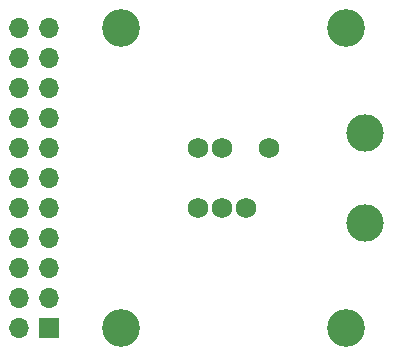
<source format=gbr>
G04 #@! TF.GenerationSoftware,KiCad,Pcbnew,(5.1.12)-1*
G04 #@! TF.CreationDate,2022-02-08T15:27:08-06:00*
G04 #@! TF.ProjectId,power_supply_board,706f7765-725f-4737-9570-706c795f626f,4.2*
G04 #@! TF.SameCoordinates,Original*
G04 #@! TF.FileFunction,Soldermask,Bot*
G04 #@! TF.FilePolarity,Negative*
%FSLAX46Y46*%
G04 Gerber Fmt 4.6, Leading zero omitted, Abs format (unit mm)*
G04 Created by KiCad (PCBNEW (5.1.12)-1) date 2022-02-08 15:27:08*
%MOMM*%
%LPD*%
G01*
G04 APERTURE LIST*
%ADD10C,3.175000*%
%ADD11O,1.700000X1.700000*%
%ADD12R,1.700000X1.700000*%
%ADD13C,1.730000*%
%ADD14C,3.200000*%
G04 APERTURE END LIST*
D10*
X157759400Y-111760000D03*
X157759400Y-119380000D03*
D11*
X128524000Y-102870000D03*
X131064000Y-102870000D03*
X128524000Y-105410000D03*
X131064000Y-105410000D03*
X128524000Y-107950000D03*
X131064000Y-107950000D03*
X128524000Y-110490000D03*
X131064000Y-110490000D03*
X128524000Y-113030000D03*
X131064000Y-113030000D03*
X128524000Y-115570000D03*
X131064000Y-115570000D03*
X128524000Y-118110000D03*
X131064000Y-118110000D03*
X128524000Y-120650000D03*
X131064000Y-120650000D03*
X128524000Y-123190000D03*
X131064000Y-123190000D03*
X128524000Y-125730000D03*
X131064000Y-125730000D03*
X128524000Y-128270000D03*
D12*
X131064000Y-128270000D03*
D13*
X143685000Y-113035000D03*
X145685000Y-113035000D03*
X149685000Y-113035000D03*
X147685000Y-118105000D03*
X143685000Y-118105000D03*
X145685000Y-118105000D03*
D14*
X137160000Y-102870000D03*
X156210000Y-102870000D03*
X156210000Y-128270000D03*
X137160000Y-128270000D03*
M02*

</source>
